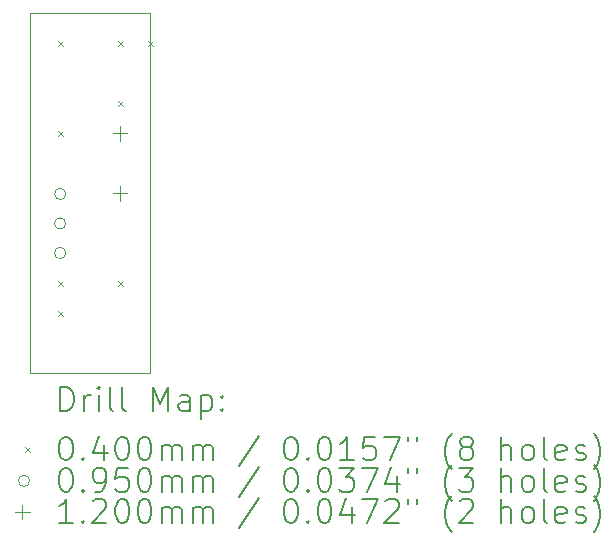
<source format=gbr>
%TF.GenerationSoftware,KiCad,Pcbnew,7.0.10*%
%TF.CreationDate,2024-02-21T10:43:29-05:00*%
%TF.ProjectId,Light_Sensor,4c696768-745f-4536-956e-736f722e6b69,rev?*%
%TF.SameCoordinates,Original*%
%TF.FileFunction,Drillmap*%
%TF.FilePolarity,Positive*%
%FSLAX45Y45*%
G04 Gerber Fmt 4.5, Leading zero omitted, Abs format (unit mm)*
G04 Created by KiCad (PCBNEW 7.0.10) date 2024-02-21 10:43:29*
%MOMM*%
%LPD*%
G01*
G04 APERTURE LIST*
%ADD10C,0.100000*%
%ADD11C,0.200000*%
%ADD12C,0.120000*%
G04 APERTURE END LIST*
D10*
X14224000Y-6858000D02*
X15240000Y-6858000D01*
X15240000Y-9906000D01*
X14224000Y-9906000D01*
X14224000Y-6858000D01*
D11*
D10*
X14458000Y-7092000D02*
X14498000Y-7132000D01*
X14498000Y-7092000D02*
X14458000Y-7132000D01*
X14458000Y-7854000D02*
X14498000Y-7894000D01*
X14498000Y-7854000D02*
X14458000Y-7894000D01*
X14458000Y-9124000D02*
X14498000Y-9164000D01*
X14498000Y-9124000D02*
X14458000Y-9164000D01*
X14458000Y-9378000D02*
X14498000Y-9418000D01*
X14498000Y-9378000D02*
X14458000Y-9418000D01*
X14966000Y-7092000D02*
X15006000Y-7132000D01*
X15006000Y-7092000D02*
X14966000Y-7132000D01*
X14966000Y-7600000D02*
X15006000Y-7640000D01*
X15006000Y-7600000D02*
X14966000Y-7640000D01*
X14966000Y-9124000D02*
X15006000Y-9164000D01*
X15006000Y-9124000D02*
X14966000Y-9164000D01*
X15220000Y-7092000D02*
X15260000Y-7132000D01*
X15260000Y-7092000D02*
X15220000Y-7132000D01*
X14525500Y-8386000D02*
G75*
G03*
X14430500Y-8386000I-47500J0D01*
G01*
X14430500Y-8386000D02*
G75*
G03*
X14525500Y-8386000I47500J0D01*
G01*
X14525500Y-8636000D02*
G75*
G03*
X14430500Y-8636000I-47500J0D01*
G01*
X14430500Y-8636000D02*
G75*
G03*
X14525500Y-8636000I47500J0D01*
G01*
X14525500Y-8886000D02*
G75*
G03*
X14430500Y-8886000I-47500J0D01*
G01*
X14430500Y-8886000D02*
G75*
G03*
X14525500Y-8886000I47500J0D01*
G01*
D12*
X14986000Y-7814000D02*
X14986000Y-7934000D01*
X14926000Y-7874000D02*
X15046000Y-7874000D01*
X14986000Y-8322000D02*
X14986000Y-8442000D01*
X14926000Y-8382000D02*
X15046000Y-8382000D01*
D11*
X14479777Y-10222484D02*
X14479777Y-10022484D01*
X14479777Y-10022484D02*
X14527396Y-10022484D01*
X14527396Y-10022484D02*
X14555967Y-10032008D01*
X14555967Y-10032008D02*
X14575015Y-10051055D01*
X14575015Y-10051055D02*
X14584539Y-10070103D01*
X14584539Y-10070103D02*
X14594062Y-10108198D01*
X14594062Y-10108198D02*
X14594062Y-10136770D01*
X14594062Y-10136770D02*
X14584539Y-10174865D01*
X14584539Y-10174865D02*
X14575015Y-10193912D01*
X14575015Y-10193912D02*
X14555967Y-10212960D01*
X14555967Y-10212960D02*
X14527396Y-10222484D01*
X14527396Y-10222484D02*
X14479777Y-10222484D01*
X14679777Y-10222484D02*
X14679777Y-10089150D01*
X14679777Y-10127246D02*
X14689301Y-10108198D01*
X14689301Y-10108198D02*
X14698824Y-10098674D01*
X14698824Y-10098674D02*
X14717872Y-10089150D01*
X14717872Y-10089150D02*
X14736920Y-10089150D01*
X14803586Y-10222484D02*
X14803586Y-10089150D01*
X14803586Y-10022484D02*
X14794062Y-10032008D01*
X14794062Y-10032008D02*
X14803586Y-10041531D01*
X14803586Y-10041531D02*
X14813110Y-10032008D01*
X14813110Y-10032008D02*
X14803586Y-10022484D01*
X14803586Y-10022484D02*
X14803586Y-10041531D01*
X14927396Y-10222484D02*
X14908348Y-10212960D01*
X14908348Y-10212960D02*
X14898824Y-10193912D01*
X14898824Y-10193912D02*
X14898824Y-10022484D01*
X15032158Y-10222484D02*
X15013110Y-10212960D01*
X15013110Y-10212960D02*
X15003586Y-10193912D01*
X15003586Y-10193912D02*
X15003586Y-10022484D01*
X15260729Y-10222484D02*
X15260729Y-10022484D01*
X15260729Y-10022484D02*
X15327396Y-10165341D01*
X15327396Y-10165341D02*
X15394062Y-10022484D01*
X15394062Y-10022484D02*
X15394062Y-10222484D01*
X15575015Y-10222484D02*
X15575015Y-10117722D01*
X15575015Y-10117722D02*
X15565491Y-10098674D01*
X15565491Y-10098674D02*
X15546443Y-10089150D01*
X15546443Y-10089150D02*
X15508348Y-10089150D01*
X15508348Y-10089150D02*
X15489301Y-10098674D01*
X15575015Y-10212960D02*
X15555967Y-10222484D01*
X15555967Y-10222484D02*
X15508348Y-10222484D01*
X15508348Y-10222484D02*
X15489301Y-10212960D01*
X15489301Y-10212960D02*
X15479777Y-10193912D01*
X15479777Y-10193912D02*
X15479777Y-10174865D01*
X15479777Y-10174865D02*
X15489301Y-10155817D01*
X15489301Y-10155817D02*
X15508348Y-10146293D01*
X15508348Y-10146293D02*
X15555967Y-10146293D01*
X15555967Y-10146293D02*
X15575015Y-10136770D01*
X15670253Y-10089150D02*
X15670253Y-10289150D01*
X15670253Y-10098674D02*
X15689301Y-10089150D01*
X15689301Y-10089150D02*
X15727396Y-10089150D01*
X15727396Y-10089150D02*
X15746443Y-10098674D01*
X15746443Y-10098674D02*
X15755967Y-10108198D01*
X15755967Y-10108198D02*
X15765491Y-10127246D01*
X15765491Y-10127246D02*
X15765491Y-10184389D01*
X15765491Y-10184389D02*
X15755967Y-10203436D01*
X15755967Y-10203436D02*
X15746443Y-10212960D01*
X15746443Y-10212960D02*
X15727396Y-10222484D01*
X15727396Y-10222484D02*
X15689301Y-10222484D01*
X15689301Y-10222484D02*
X15670253Y-10212960D01*
X15851205Y-10203436D02*
X15860729Y-10212960D01*
X15860729Y-10212960D02*
X15851205Y-10222484D01*
X15851205Y-10222484D02*
X15841682Y-10212960D01*
X15841682Y-10212960D02*
X15851205Y-10203436D01*
X15851205Y-10203436D02*
X15851205Y-10222484D01*
X15851205Y-10098674D02*
X15860729Y-10108198D01*
X15860729Y-10108198D02*
X15851205Y-10117722D01*
X15851205Y-10117722D02*
X15841682Y-10108198D01*
X15841682Y-10108198D02*
X15851205Y-10098674D01*
X15851205Y-10098674D02*
X15851205Y-10117722D01*
D10*
X14179000Y-10531000D02*
X14219000Y-10571000D01*
X14219000Y-10531000D02*
X14179000Y-10571000D01*
D11*
X14517872Y-10442484D02*
X14536920Y-10442484D01*
X14536920Y-10442484D02*
X14555967Y-10452008D01*
X14555967Y-10452008D02*
X14565491Y-10461531D01*
X14565491Y-10461531D02*
X14575015Y-10480579D01*
X14575015Y-10480579D02*
X14584539Y-10518674D01*
X14584539Y-10518674D02*
X14584539Y-10566293D01*
X14584539Y-10566293D02*
X14575015Y-10604389D01*
X14575015Y-10604389D02*
X14565491Y-10623436D01*
X14565491Y-10623436D02*
X14555967Y-10632960D01*
X14555967Y-10632960D02*
X14536920Y-10642484D01*
X14536920Y-10642484D02*
X14517872Y-10642484D01*
X14517872Y-10642484D02*
X14498824Y-10632960D01*
X14498824Y-10632960D02*
X14489301Y-10623436D01*
X14489301Y-10623436D02*
X14479777Y-10604389D01*
X14479777Y-10604389D02*
X14470253Y-10566293D01*
X14470253Y-10566293D02*
X14470253Y-10518674D01*
X14470253Y-10518674D02*
X14479777Y-10480579D01*
X14479777Y-10480579D02*
X14489301Y-10461531D01*
X14489301Y-10461531D02*
X14498824Y-10452008D01*
X14498824Y-10452008D02*
X14517872Y-10442484D01*
X14670253Y-10623436D02*
X14679777Y-10632960D01*
X14679777Y-10632960D02*
X14670253Y-10642484D01*
X14670253Y-10642484D02*
X14660729Y-10632960D01*
X14660729Y-10632960D02*
X14670253Y-10623436D01*
X14670253Y-10623436D02*
X14670253Y-10642484D01*
X14851205Y-10509150D02*
X14851205Y-10642484D01*
X14803586Y-10432960D02*
X14755967Y-10575817D01*
X14755967Y-10575817D02*
X14879777Y-10575817D01*
X14994062Y-10442484D02*
X15013110Y-10442484D01*
X15013110Y-10442484D02*
X15032158Y-10452008D01*
X15032158Y-10452008D02*
X15041682Y-10461531D01*
X15041682Y-10461531D02*
X15051205Y-10480579D01*
X15051205Y-10480579D02*
X15060729Y-10518674D01*
X15060729Y-10518674D02*
X15060729Y-10566293D01*
X15060729Y-10566293D02*
X15051205Y-10604389D01*
X15051205Y-10604389D02*
X15041682Y-10623436D01*
X15041682Y-10623436D02*
X15032158Y-10632960D01*
X15032158Y-10632960D02*
X15013110Y-10642484D01*
X15013110Y-10642484D02*
X14994062Y-10642484D01*
X14994062Y-10642484D02*
X14975015Y-10632960D01*
X14975015Y-10632960D02*
X14965491Y-10623436D01*
X14965491Y-10623436D02*
X14955967Y-10604389D01*
X14955967Y-10604389D02*
X14946443Y-10566293D01*
X14946443Y-10566293D02*
X14946443Y-10518674D01*
X14946443Y-10518674D02*
X14955967Y-10480579D01*
X14955967Y-10480579D02*
X14965491Y-10461531D01*
X14965491Y-10461531D02*
X14975015Y-10452008D01*
X14975015Y-10452008D02*
X14994062Y-10442484D01*
X15184539Y-10442484D02*
X15203586Y-10442484D01*
X15203586Y-10442484D02*
X15222634Y-10452008D01*
X15222634Y-10452008D02*
X15232158Y-10461531D01*
X15232158Y-10461531D02*
X15241682Y-10480579D01*
X15241682Y-10480579D02*
X15251205Y-10518674D01*
X15251205Y-10518674D02*
X15251205Y-10566293D01*
X15251205Y-10566293D02*
X15241682Y-10604389D01*
X15241682Y-10604389D02*
X15232158Y-10623436D01*
X15232158Y-10623436D02*
X15222634Y-10632960D01*
X15222634Y-10632960D02*
X15203586Y-10642484D01*
X15203586Y-10642484D02*
X15184539Y-10642484D01*
X15184539Y-10642484D02*
X15165491Y-10632960D01*
X15165491Y-10632960D02*
X15155967Y-10623436D01*
X15155967Y-10623436D02*
X15146443Y-10604389D01*
X15146443Y-10604389D02*
X15136920Y-10566293D01*
X15136920Y-10566293D02*
X15136920Y-10518674D01*
X15136920Y-10518674D02*
X15146443Y-10480579D01*
X15146443Y-10480579D02*
X15155967Y-10461531D01*
X15155967Y-10461531D02*
X15165491Y-10452008D01*
X15165491Y-10452008D02*
X15184539Y-10442484D01*
X15336920Y-10642484D02*
X15336920Y-10509150D01*
X15336920Y-10528198D02*
X15346443Y-10518674D01*
X15346443Y-10518674D02*
X15365491Y-10509150D01*
X15365491Y-10509150D02*
X15394063Y-10509150D01*
X15394063Y-10509150D02*
X15413110Y-10518674D01*
X15413110Y-10518674D02*
X15422634Y-10537722D01*
X15422634Y-10537722D02*
X15422634Y-10642484D01*
X15422634Y-10537722D02*
X15432158Y-10518674D01*
X15432158Y-10518674D02*
X15451205Y-10509150D01*
X15451205Y-10509150D02*
X15479777Y-10509150D01*
X15479777Y-10509150D02*
X15498824Y-10518674D01*
X15498824Y-10518674D02*
X15508348Y-10537722D01*
X15508348Y-10537722D02*
X15508348Y-10642484D01*
X15603586Y-10642484D02*
X15603586Y-10509150D01*
X15603586Y-10528198D02*
X15613110Y-10518674D01*
X15613110Y-10518674D02*
X15632158Y-10509150D01*
X15632158Y-10509150D02*
X15660729Y-10509150D01*
X15660729Y-10509150D02*
X15679777Y-10518674D01*
X15679777Y-10518674D02*
X15689301Y-10537722D01*
X15689301Y-10537722D02*
X15689301Y-10642484D01*
X15689301Y-10537722D02*
X15698824Y-10518674D01*
X15698824Y-10518674D02*
X15717872Y-10509150D01*
X15717872Y-10509150D02*
X15746443Y-10509150D01*
X15746443Y-10509150D02*
X15765491Y-10518674D01*
X15765491Y-10518674D02*
X15775015Y-10537722D01*
X15775015Y-10537722D02*
X15775015Y-10642484D01*
X16165491Y-10432960D02*
X15994063Y-10690103D01*
X16422634Y-10442484D02*
X16441682Y-10442484D01*
X16441682Y-10442484D02*
X16460729Y-10452008D01*
X16460729Y-10452008D02*
X16470253Y-10461531D01*
X16470253Y-10461531D02*
X16479777Y-10480579D01*
X16479777Y-10480579D02*
X16489301Y-10518674D01*
X16489301Y-10518674D02*
X16489301Y-10566293D01*
X16489301Y-10566293D02*
X16479777Y-10604389D01*
X16479777Y-10604389D02*
X16470253Y-10623436D01*
X16470253Y-10623436D02*
X16460729Y-10632960D01*
X16460729Y-10632960D02*
X16441682Y-10642484D01*
X16441682Y-10642484D02*
X16422634Y-10642484D01*
X16422634Y-10642484D02*
X16403586Y-10632960D01*
X16403586Y-10632960D02*
X16394063Y-10623436D01*
X16394063Y-10623436D02*
X16384539Y-10604389D01*
X16384539Y-10604389D02*
X16375015Y-10566293D01*
X16375015Y-10566293D02*
X16375015Y-10518674D01*
X16375015Y-10518674D02*
X16384539Y-10480579D01*
X16384539Y-10480579D02*
X16394063Y-10461531D01*
X16394063Y-10461531D02*
X16403586Y-10452008D01*
X16403586Y-10452008D02*
X16422634Y-10442484D01*
X16575015Y-10623436D02*
X16584539Y-10632960D01*
X16584539Y-10632960D02*
X16575015Y-10642484D01*
X16575015Y-10642484D02*
X16565491Y-10632960D01*
X16565491Y-10632960D02*
X16575015Y-10623436D01*
X16575015Y-10623436D02*
X16575015Y-10642484D01*
X16708348Y-10442484D02*
X16727396Y-10442484D01*
X16727396Y-10442484D02*
X16746444Y-10452008D01*
X16746444Y-10452008D02*
X16755967Y-10461531D01*
X16755967Y-10461531D02*
X16765491Y-10480579D01*
X16765491Y-10480579D02*
X16775015Y-10518674D01*
X16775015Y-10518674D02*
X16775015Y-10566293D01*
X16775015Y-10566293D02*
X16765491Y-10604389D01*
X16765491Y-10604389D02*
X16755967Y-10623436D01*
X16755967Y-10623436D02*
X16746444Y-10632960D01*
X16746444Y-10632960D02*
X16727396Y-10642484D01*
X16727396Y-10642484D02*
X16708348Y-10642484D01*
X16708348Y-10642484D02*
X16689301Y-10632960D01*
X16689301Y-10632960D02*
X16679777Y-10623436D01*
X16679777Y-10623436D02*
X16670253Y-10604389D01*
X16670253Y-10604389D02*
X16660729Y-10566293D01*
X16660729Y-10566293D02*
X16660729Y-10518674D01*
X16660729Y-10518674D02*
X16670253Y-10480579D01*
X16670253Y-10480579D02*
X16679777Y-10461531D01*
X16679777Y-10461531D02*
X16689301Y-10452008D01*
X16689301Y-10452008D02*
X16708348Y-10442484D01*
X16965491Y-10642484D02*
X16851206Y-10642484D01*
X16908348Y-10642484D02*
X16908348Y-10442484D01*
X16908348Y-10442484D02*
X16889301Y-10471055D01*
X16889301Y-10471055D02*
X16870253Y-10490103D01*
X16870253Y-10490103D02*
X16851206Y-10499627D01*
X17146444Y-10442484D02*
X17051206Y-10442484D01*
X17051206Y-10442484D02*
X17041682Y-10537722D01*
X17041682Y-10537722D02*
X17051206Y-10528198D01*
X17051206Y-10528198D02*
X17070253Y-10518674D01*
X17070253Y-10518674D02*
X17117872Y-10518674D01*
X17117872Y-10518674D02*
X17136920Y-10528198D01*
X17136920Y-10528198D02*
X17146444Y-10537722D01*
X17146444Y-10537722D02*
X17155968Y-10556770D01*
X17155968Y-10556770D02*
X17155968Y-10604389D01*
X17155968Y-10604389D02*
X17146444Y-10623436D01*
X17146444Y-10623436D02*
X17136920Y-10632960D01*
X17136920Y-10632960D02*
X17117872Y-10642484D01*
X17117872Y-10642484D02*
X17070253Y-10642484D01*
X17070253Y-10642484D02*
X17051206Y-10632960D01*
X17051206Y-10632960D02*
X17041682Y-10623436D01*
X17222634Y-10442484D02*
X17355968Y-10442484D01*
X17355968Y-10442484D02*
X17270253Y-10642484D01*
X17422634Y-10442484D02*
X17422634Y-10480579D01*
X17498825Y-10442484D02*
X17498825Y-10480579D01*
X17794063Y-10718674D02*
X17784539Y-10709150D01*
X17784539Y-10709150D02*
X17765491Y-10680579D01*
X17765491Y-10680579D02*
X17755968Y-10661531D01*
X17755968Y-10661531D02*
X17746444Y-10632960D01*
X17746444Y-10632960D02*
X17736920Y-10585341D01*
X17736920Y-10585341D02*
X17736920Y-10547246D01*
X17736920Y-10547246D02*
X17746444Y-10499627D01*
X17746444Y-10499627D02*
X17755968Y-10471055D01*
X17755968Y-10471055D02*
X17765491Y-10452008D01*
X17765491Y-10452008D02*
X17784539Y-10423436D01*
X17784539Y-10423436D02*
X17794063Y-10413912D01*
X17898825Y-10528198D02*
X17879777Y-10518674D01*
X17879777Y-10518674D02*
X17870253Y-10509150D01*
X17870253Y-10509150D02*
X17860730Y-10490103D01*
X17860730Y-10490103D02*
X17860730Y-10480579D01*
X17860730Y-10480579D02*
X17870253Y-10461531D01*
X17870253Y-10461531D02*
X17879777Y-10452008D01*
X17879777Y-10452008D02*
X17898825Y-10442484D01*
X17898825Y-10442484D02*
X17936920Y-10442484D01*
X17936920Y-10442484D02*
X17955968Y-10452008D01*
X17955968Y-10452008D02*
X17965491Y-10461531D01*
X17965491Y-10461531D02*
X17975015Y-10480579D01*
X17975015Y-10480579D02*
X17975015Y-10490103D01*
X17975015Y-10490103D02*
X17965491Y-10509150D01*
X17965491Y-10509150D02*
X17955968Y-10518674D01*
X17955968Y-10518674D02*
X17936920Y-10528198D01*
X17936920Y-10528198D02*
X17898825Y-10528198D01*
X17898825Y-10528198D02*
X17879777Y-10537722D01*
X17879777Y-10537722D02*
X17870253Y-10547246D01*
X17870253Y-10547246D02*
X17860730Y-10566293D01*
X17860730Y-10566293D02*
X17860730Y-10604389D01*
X17860730Y-10604389D02*
X17870253Y-10623436D01*
X17870253Y-10623436D02*
X17879777Y-10632960D01*
X17879777Y-10632960D02*
X17898825Y-10642484D01*
X17898825Y-10642484D02*
X17936920Y-10642484D01*
X17936920Y-10642484D02*
X17955968Y-10632960D01*
X17955968Y-10632960D02*
X17965491Y-10623436D01*
X17965491Y-10623436D02*
X17975015Y-10604389D01*
X17975015Y-10604389D02*
X17975015Y-10566293D01*
X17975015Y-10566293D02*
X17965491Y-10547246D01*
X17965491Y-10547246D02*
X17955968Y-10537722D01*
X17955968Y-10537722D02*
X17936920Y-10528198D01*
X18213111Y-10642484D02*
X18213111Y-10442484D01*
X18298825Y-10642484D02*
X18298825Y-10537722D01*
X18298825Y-10537722D02*
X18289301Y-10518674D01*
X18289301Y-10518674D02*
X18270253Y-10509150D01*
X18270253Y-10509150D02*
X18241682Y-10509150D01*
X18241682Y-10509150D02*
X18222634Y-10518674D01*
X18222634Y-10518674D02*
X18213111Y-10528198D01*
X18422634Y-10642484D02*
X18403587Y-10632960D01*
X18403587Y-10632960D02*
X18394063Y-10623436D01*
X18394063Y-10623436D02*
X18384539Y-10604389D01*
X18384539Y-10604389D02*
X18384539Y-10547246D01*
X18384539Y-10547246D02*
X18394063Y-10528198D01*
X18394063Y-10528198D02*
X18403587Y-10518674D01*
X18403587Y-10518674D02*
X18422634Y-10509150D01*
X18422634Y-10509150D02*
X18451206Y-10509150D01*
X18451206Y-10509150D02*
X18470253Y-10518674D01*
X18470253Y-10518674D02*
X18479777Y-10528198D01*
X18479777Y-10528198D02*
X18489301Y-10547246D01*
X18489301Y-10547246D02*
X18489301Y-10604389D01*
X18489301Y-10604389D02*
X18479777Y-10623436D01*
X18479777Y-10623436D02*
X18470253Y-10632960D01*
X18470253Y-10632960D02*
X18451206Y-10642484D01*
X18451206Y-10642484D02*
X18422634Y-10642484D01*
X18603587Y-10642484D02*
X18584539Y-10632960D01*
X18584539Y-10632960D02*
X18575015Y-10613912D01*
X18575015Y-10613912D02*
X18575015Y-10442484D01*
X18755968Y-10632960D02*
X18736920Y-10642484D01*
X18736920Y-10642484D02*
X18698825Y-10642484D01*
X18698825Y-10642484D02*
X18679777Y-10632960D01*
X18679777Y-10632960D02*
X18670253Y-10613912D01*
X18670253Y-10613912D02*
X18670253Y-10537722D01*
X18670253Y-10537722D02*
X18679777Y-10518674D01*
X18679777Y-10518674D02*
X18698825Y-10509150D01*
X18698825Y-10509150D02*
X18736920Y-10509150D01*
X18736920Y-10509150D02*
X18755968Y-10518674D01*
X18755968Y-10518674D02*
X18765492Y-10537722D01*
X18765492Y-10537722D02*
X18765492Y-10556770D01*
X18765492Y-10556770D02*
X18670253Y-10575817D01*
X18841682Y-10632960D02*
X18860730Y-10642484D01*
X18860730Y-10642484D02*
X18898825Y-10642484D01*
X18898825Y-10642484D02*
X18917873Y-10632960D01*
X18917873Y-10632960D02*
X18927396Y-10613912D01*
X18927396Y-10613912D02*
X18927396Y-10604389D01*
X18927396Y-10604389D02*
X18917873Y-10585341D01*
X18917873Y-10585341D02*
X18898825Y-10575817D01*
X18898825Y-10575817D02*
X18870253Y-10575817D01*
X18870253Y-10575817D02*
X18851206Y-10566293D01*
X18851206Y-10566293D02*
X18841682Y-10547246D01*
X18841682Y-10547246D02*
X18841682Y-10537722D01*
X18841682Y-10537722D02*
X18851206Y-10518674D01*
X18851206Y-10518674D02*
X18870253Y-10509150D01*
X18870253Y-10509150D02*
X18898825Y-10509150D01*
X18898825Y-10509150D02*
X18917873Y-10518674D01*
X18994063Y-10718674D02*
X19003587Y-10709150D01*
X19003587Y-10709150D02*
X19022634Y-10680579D01*
X19022634Y-10680579D02*
X19032158Y-10661531D01*
X19032158Y-10661531D02*
X19041682Y-10632960D01*
X19041682Y-10632960D02*
X19051206Y-10585341D01*
X19051206Y-10585341D02*
X19051206Y-10547246D01*
X19051206Y-10547246D02*
X19041682Y-10499627D01*
X19041682Y-10499627D02*
X19032158Y-10471055D01*
X19032158Y-10471055D02*
X19022634Y-10452008D01*
X19022634Y-10452008D02*
X19003587Y-10423436D01*
X19003587Y-10423436D02*
X18994063Y-10413912D01*
D10*
X14219000Y-10815000D02*
G75*
G03*
X14124000Y-10815000I-47500J0D01*
G01*
X14124000Y-10815000D02*
G75*
G03*
X14219000Y-10815000I47500J0D01*
G01*
D11*
X14517872Y-10706484D02*
X14536920Y-10706484D01*
X14536920Y-10706484D02*
X14555967Y-10716008D01*
X14555967Y-10716008D02*
X14565491Y-10725531D01*
X14565491Y-10725531D02*
X14575015Y-10744579D01*
X14575015Y-10744579D02*
X14584539Y-10782674D01*
X14584539Y-10782674D02*
X14584539Y-10830293D01*
X14584539Y-10830293D02*
X14575015Y-10868389D01*
X14575015Y-10868389D02*
X14565491Y-10887436D01*
X14565491Y-10887436D02*
X14555967Y-10896960D01*
X14555967Y-10896960D02*
X14536920Y-10906484D01*
X14536920Y-10906484D02*
X14517872Y-10906484D01*
X14517872Y-10906484D02*
X14498824Y-10896960D01*
X14498824Y-10896960D02*
X14489301Y-10887436D01*
X14489301Y-10887436D02*
X14479777Y-10868389D01*
X14479777Y-10868389D02*
X14470253Y-10830293D01*
X14470253Y-10830293D02*
X14470253Y-10782674D01*
X14470253Y-10782674D02*
X14479777Y-10744579D01*
X14479777Y-10744579D02*
X14489301Y-10725531D01*
X14489301Y-10725531D02*
X14498824Y-10716008D01*
X14498824Y-10716008D02*
X14517872Y-10706484D01*
X14670253Y-10887436D02*
X14679777Y-10896960D01*
X14679777Y-10896960D02*
X14670253Y-10906484D01*
X14670253Y-10906484D02*
X14660729Y-10896960D01*
X14660729Y-10896960D02*
X14670253Y-10887436D01*
X14670253Y-10887436D02*
X14670253Y-10906484D01*
X14775015Y-10906484D02*
X14813110Y-10906484D01*
X14813110Y-10906484D02*
X14832158Y-10896960D01*
X14832158Y-10896960D02*
X14841682Y-10887436D01*
X14841682Y-10887436D02*
X14860729Y-10858865D01*
X14860729Y-10858865D02*
X14870253Y-10820770D01*
X14870253Y-10820770D02*
X14870253Y-10744579D01*
X14870253Y-10744579D02*
X14860729Y-10725531D01*
X14860729Y-10725531D02*
X14851205Y-10716008D01*
X14851205Y-10716008D02*
X14832158Y-10706484D01*
X14832158Y-10706484D02*
X14794062Y-10706484D01*
X14794062Y-10706484D02*
X14775015Y-10716008D01*
X14775015Y-10716008D02*
X14765491Y-10725531D01*
X14765491Y-10725531D02*
X14755967Y-10744579D01*
X14755967Y-10744579D02*
X14755967Y-10792198D01*
X14755967Y-10792198D02*
X14765491Y-10811246D01*
X14765491Y-10811246D02*
X14775015Y-10820770D01*
X14775015Y-10820770D02*
X14794062Y-10830293D01*
X14794062Y-10830293D02*
X14832158Y-10830293D01*
X14832158Y-10830293D02*
X14851205Y-10820770D01*
X14851205Y-10820770D02*
X14860729Y-10811246D01*
X14860729Y-10811246D02*
X14870253Y-10792198D01*
X15051205Y-10706484D02*
X14955967Y-10706484D01*
X14955967Y-10706484D02*
X14946443Y-10801722D01*
X14946443Y-10801722D02*
X14955967Y-10792198D01*
X14955967Y-10792198D02*
X14975015Y-10782674D01*
X14975015Y-10782674D02*
X15022634Y-10782674D01*
X15022634Y-10782674D02*
X15041682Y-10792198D01*
X15041682Y-10792198D02*
X15051205Y-10801722D01*
X15051205Y-10801722D02*
X15060729Y-10820770D01*
X15060729Y-10820770D02*
X15060729Y-10868389D01*
X15060729Y-10868389D02*
X15051205Y-10887436D01*
X15051205Y-10887436D02*
X15041682Y-10896960D01*
X15041682Y-10896960D02*
X15022634Y-10906484D01*
X15022634Y-10906484D02*
X14975015Y-10906484D01*
X14975015Y-10906484D02*
X14955967Y-10896960D01*
X14955967Y-10896960D02*
X14946443Y-10887436D01*
X15184539Y-10706484D02*
X15203586Y-10706484D01*
X15203586Y-10706484D02*
X15222634Y-10716008D01*
X15222634Y-10716008D02*
X15232158Y-10725531D01*
X15232158Y-10725531D02*
X15241682Y-10744579D01*
X15241682Y-10744579D02*
X15251205Y-10782674D01*
X15251205Y-10782674D02*
X15251205Y-10830293D01*
X15251205Y-10830293D02*
X15241682Y-10868389D01*
X15241682Y-10868389D02*
X15232158Y-10887436D01*
X15232158Y-10887436D02*
X15222634Y-10896960D01*
X15222634Y-10896960D02*
X15203586Y-10906484D01*
X15203586Y-10906484D02*
X15184539Y-10906484D01*
X15184539Y-10906484D02*
X15165491Y-10896960D01*
X15165491Y-10896960D02*
X15155967Y-10887436D01*
X15155967Y-10887436D02*
X15146443Y-10868389D01*
X15146443Y-10868389D02*
X15136920Y-10830293D01*
X15136920Y-10830293D02*
X15136920Y-10782674D01*
X15136920Y-10782674D02*
X15146443Y-10744579D01*
X15146443Y-10744579D02*
X15155967Y-10725531D01*
X15155967Y-10725531D02*
X15165491Y-10716008D01*
X15165491Y-10716008D02*
X15184539Y-10706484D01*
X15336920Y-10906484D02*
X15336920Y-10773150D01*
X15336920Y-10792198D02*
X15346443Y-10782674D01*
X15346443Y-10782674D02*
X15365491Y-10773150D01*
X15365491Y-10773150D02*
X15394063Y-10773150D01*
X15394063Y-10773150D02*
X15413110Y-10782674D01*
X15413110Y-10782674D02*
X15422634Y-10801722D01*
X15422634Y-10801722D02*
X15422634Y-10906484D01*
X15422634Y-10801722D02*
X15432158Y-10782674D01*
X15432158Y-10782674D02*
X15451205Y-10773150D01*
X15451205Y-10773150D02*
X15479777Y-10773150D01*
X15479777Y-10773150D02*
X15498824Y-10782674D01*
X15498824Y-10782674D02*
X15508348Y-10801722D01*
X15508348Y-10801722D02*
X15508348Y-10906484D01*
X15603586Y-10906484D02*
X15603586Y-10773150D01*
X15603586Y-10792198D02*
X15613110Y-10782674D01*
X15613110Y-10782674D02*
X15632158Y-10773150D01*
X15632158Y-10773150D02*
X15660729Y-10773150D01*
X15660729Y-10773150D02*
X15679777Y-10782674D01*
X15679777Y-10782674D02*
X15689301Y-10801722D01*
X15689301Y-10801722D02*
X15689301Y-10906484D01*
X15689301Y-10801722D02*
X15698824Y-10782674D01*
X15698824Y-10782674D02*
X15717872Y-10773150D01*
X15717872Y-10773150D02*
X15746443Y-10773150D01*
X15746443Y-10773150D02*
X15765491Y-10782674D01*
X15765491Y-10782674D02*
X15775015Y-10801722D01*
X15775015Y-10801722D02*
X15775015Y-10906484D01*
X16165491Y-10696960D02*
X15994063Y-10954103D01*
X16422634Y-10706484D02*
X16441682Y-10706484D01*
X16441682Y-10706484D02*
X16460729Y-10716008D01*
X16460729Y-10716008D02*
X16470253Y-10725531D01*
X16470253Y-10725531D02*
X16479777Y-10744579D01*
X16479777Y-10744579D02*
X16489301Y-10782674D01*
X16489301Y-10782674D02*
X16489301Y-10830293D01*
X16489301Y-10830293D02*
X16479777Y-10868389D01*
X16479777Y-10868389D02*
X16470253Y-10887436D01*
X16470253Y-10887436D02*
X16460729Y-10896960D01*
X16460729Y-10896960D02*
X16441682Y-10906484D01*
X16441682Y-10906484D02*
X16422634Y-10906484D01*
X16422634Y-10906484D02*
X16403586Y-10896960D01*
X16403586Y-10896960D02*
X16394063Y-10887436D01*
X16394063Y-10887436D02*
X16384539Y-10868389D01*
X16384539Y-10868389D02*
X16375015Y-10830293D01*
X16375015Y-10830293D02*
X16375015Y-10782674D01*
X16375015Y-10782674D02*
X16384539Y-10744579D01*
X16384539Y-10744579D02*
X16394063Y-10725531D01*
X16394063Y-10725531D02*
X16403586Y-10716008D01*
X16403586Y-10716008D02*
X16422634Y-10706484D01*
X16575015Y-10887436D02*
X16584539Y-10896960D01*
X16584539Y-10896960D02*
X16575015Y-10906484D01*
X16575015Y-10906484D02*
X16565491Y-10896960D01*
X16565491Y-10896960D02*
X16575015Y-10887436D01*
X16575015Y-10887436D02*
X16575015Y-10906484D01*
X16708348Y-10706484D02*
X16727396Y-10706484D01*
X16727396Y-10706484D02*
X16746444Y-10716008D01*
X16746444Y-10716008D02*
X16755967Y-10725531D01*
X16755967Y-10725531D02*
X16765491Y-10744579D01*
X16765491Y-10744579D02*
X16775015Y-10782674D01*
X16775015Y-10782674D02*
X16775015Y-10830293D01*
X16775015Y-10830293D02*
X16765491Y-10868389D01*
X16765491Y-10868389D02*
X16755967Y-10887436D01*
X16755967Y-10887436D02*
X16746444Y-10896960D01*
X16746444Y-10896960D02*
X16727396Y-10906484D01*
X16727396Y-10906484D02*
X16708348Y-10906484D01*
X16708348Y-10906484D02*
X16689301Y-10896960D01*
X16689301Y-10896960D02*
X16679777Y-10887436D01*
X16679777Y-10887436D02*
X16670253Y-10868389D01*
X16670253Y-10868389D02*
X16660729Y-10830293D01*
X16660729Y-10830293D02*
X16660729Y-10782674D01*
X16660729Y-10782674D02*
X16670253Y-10744579D01*
X16670253Y-10744579D02*
X16679777Y-10725531D01*
X16679777Y-10725531D02*
X16689301Y-10716008D01*
X16689301Y-10716008D02*
X16708348Y-10706484D01*
X16841682Y-10706484D02*
X16965491Y-10706484D01*
X16965491Y-10706484D02*
X16898825Y-10782674D01*
X16898825Y-10782674D02*
X16927396Y-10782674D01*
X16927396Y-10782674D02*
X16946444Y-10792198D01*
X16946444Y-10792198D02*
X16955968Y-10801722D01*
X16955968Y-10801722D02*
X16965491Y-10820770D01*
X16965491Y-10820770D02*
X16965491Y-10868389D01*
X16965491Y-10868389D02*
X16955968Y-10887436D01*
X16955968Y-10887436D02*
X16946444Y-10896960D01*
X16946444Y-10896960D02*
X16927396Y-10906484D01*
X16927396Y-10906484D02*
X16870253Y-10906484D01*
X16870253Y-10906484D02*
X16851206Y-10896960D01*
X16851206Y-10896960D02*
X16841682Y-10887436D01*
X17032158Y-10706484D02*
X17165491Y-10706484D01*
X17165491Y-10706484D02*
X17079777Y-10906484D01*
X17327396Y-10773150D02*
X17327396Y-10906484D01*
X17279777Y-10696960D02*
X17232158Y-10839817D01*
X17232158Y-10839817D02*
X17355968Y-10839817D01*
X17422634Y-10706484D02*
X17422634Y-10744579D01*
X17498825Y-10706484D02*
X17498825Y-10744579D01*
X17794063Y-10982674D02*
X17784539Y-10973150D01*
X17784539Y-10973150D02*
X17765491Y-10944579D01*
X17765491Y-10944579D02*
X17755968Y-10925531D01*
X17755968Y-10925531D02*
X17746444Y-10896960D01*
X17746444Y-10896960D02*
X17736920Y-10849341D01*
X17736920Y-10849341D02*
X17736920Y-10811246D01*
X17736920Y-10811246D02*
X17746444Y-10763627D01*
X17746444Y-10763627D02*
X17755968Y-10735055D01*
X17755968Y-10735055D02*
X17765491Y-10716008D01*
X17765491Y-10716008D02*
X17784539Y-10687436D01*
X17784539Y-10687436D02*
X17794063Y-10677912D01*
X17851206Y-10706484D02*
X17975015Y-10706484D01*
X17975015Y-10706484D02*
X17908349Y-10782674D01*
X17908349Y-10782674D02*
X17936920Y-10782674D01*
X17936920Y-10782674D02*
X17955968Y-10792198D01*
X17955968Y-10792198D02*
X17965491Y-10801722D01*
X17965491Y-10801722D02*
X17975015Y-10820770D01*
X17975015Y-10820770D02*
X17975015Y-10868389D01*
X17975015Y-10868389D02*
X17965491Y-10887436D01*
X17965491Y-10887436D02*
X17955968Y-10896960D01*
X17955968Y-10896960D02*
X17936920Y-10906484D01*
X17936920Y-10906484D02*
X17879777Y-10906484D01*
X17879777Y-10906484D02*
X17860730Y-10896960D01*
X17860730Y-10896960D02*
X17851206Y-10887436D01*
X18213111Y-10906484D02*
X18213111Y-10706484D01*
X18298825Y-10906484D02*
X18298825Y-10801722D01*
X18298825Y-10801722D02*
X18289301Y-10782674D01*
X18289301Y-10782674D02*
X18270253Y-10773150D01*
X18270253Y-10773150D02*
X18241682Y-10773150D01*
X18241682Y-10773150D02*
X18222634Y-10782674D01*
X18222634Y-10782674D02*
X18213111Y-10792198D01*
X18422634Y-10906484D02*
X18403587Y-10896960D01*
X18403587Y-10896960D02*
X18394063Y-10887436D01*
X18394063Y-10887436D02*
X18384539Y-10868389D01*
X18384539Y-10868389D02*
X18384539Y-10811246D01*
X18384539Y-10811246D02*
X18394063Y-10792198D01*
X18394063Y-10792198D02*
X18403587Y-10782674D01*
X18403587Y-10782674D02*
X18422634Y-10773150D01*
X18422634Y-10773150D02*
X18451206Y-10773150D01*
X18451206Y-10773150D02*
X18470253Y-10782674D01*
X18470253Y-10782674D02*
X18479777Y-10792198D01*
X18479777Y-10792198D02*
X18489301Y-10811246D01*
X18489301Y-10811246D02*
X18489301Y-10868389D01*
X18489301Y-10868389D02*
X18479777Y-10887436D01*
X18479777Y-10887436D02*
X18470253Y-10896960D01*
X18470253Y-10896960D02*
X18451206Y-10906484D01*
X18451206Y-10906484D02*
X18422634Y-10906484D01*
X18603587Y-10906484D02*
X18584539Y-10896960D01*
X18584539Y-10896960D02*
X18575015Y-10877912D01*
X18575015Y-10877912D02*
X18575015Y-10706484D01*
X18755968Y-10896960D02*
X18736920Y-10906484D01*
X18736920Y-10906484D02*
X18698825Y-10906484D01*
X18698825Y-10906484D02*
X18679777Y-10896960D01*
X18679777Y-10896960D02*
X18670253Y-10877912D01*
X18670253Y-10877912D02*
X18670253Y-10801722D01*
X18670253Y-10801722D02*
X18679777Y-10782674D01*
X18679777Y-10782674D02*
X18698825Y-10773150D01*
X18698825Y-10773150D02*
X18736920Y-10773150D01*
X18736920Y-10773150D02*
X18755968Y-10782674D01*
X18755968Y-10782674D02*
X18765492Y-10801722D01*
X18765492Y-10801722D02*
X18765492Y-10820770D01*
X18765492Y-10820770D02*
X18670253Y-10839817D01*
X18841682Y-10896960D02*
X18860730Y-10906484D01*
X18860730Y-10906484D02*
X18898825Y-10906484D01*
X18898825Y-10906484D02*
X18917873Y-10896960D01*
X18917873Y-10896960D02*
X18927396Y-10877912D01*
X18927396Y-10877912D02*
X18927396Y-10868389D01*
X18927396Y-10868389D02*
X18917873Y-10849341D01*
X18917873Y-10849341D02*
X18898825Y-10839817D01*
X18898825Y-10839817D02*
X18870253Y-10839817D01*
X18870253Y-10839817D02*
X18851206Y-10830293D01*
X18851206Y-10830293D02*
X18841682Y-10811246D01*
X18841682Y-10811246D02*
X18841682Y-10801722D01*
X18841682Y-10801722D02*
X18851206Y-10782674D01*
X18851206Y-10782674D02*
X18870253Y-10773150D01*
X18870253Y-10773150D02*
X18898825Y-10773150D01*
X18898825Y-10773150D02*
X18917873Y-10782674D01*
X18994063Y-10982674D02*
X19003587Y-10973150D01*
X19003587Y-10973150D02*
X19022634Y-10944579D01*
X19022634Y-10944579D02*
X19032158Y-10925531D01*
X19032158Y-10925531D02*
X19041682Y-10896960D01*
X19041682Y-10896960D02*
X19051206Y-10849341D01*
X19051206Y-10849341D02*
X19051206Y-10811246D01*
X19051206Y-10811246D02*
X19041682Y-10763627D01*
X19041682Y-10763627D02*
X19032158Y-10735055D01*
X19032158Y-10735055D02*
X19022634Y-10716008D01*
X19022634Y-10716008D02*
X19003587Y-10687436D01*
X19003587Y-10687436D02*
X18994063Y-10677912D01*
D12*
X14159000Y-11019000D02*
X14159000Y-11139000D01*
X14099000Y-11079000D02*
X14219000Y-11079000D01*
D11*
X14584539Y-11170484D02*
X14470253Y-11170484D01*
X14527396Y-11170484D02*
X14527396Y-10970484D01*
X14527396Y-10970484D02*
X14508348Y-10999055D01*
X14508348Y-10999055D02*
X14489301Y-11018103D01*
X14489301Y-11018103D02*
X14470253Y-11027627D01*
X14670253Y-11151436D02*
X14679777Y-11160960D01*
X14679777Y-11160960D02*
X14670253Y-11170484D01*
X14670253Y-11170484D02*
X14660729Y-11160960D01*
X14660729Y-11160960D02*
X14670253Y-11151436D01*
X14670253Y-11151436D02*
X14670253Y-11170484D01*
X14755967Y-10989531D02*
X14765491Y-10980008D01*
X14765491Y-10980008D02*
X14784539Y-10970484D01*
X14784539Y-10970484D02*
X14832158Y-10970484D01*
X14832158Y-10970484D02*
X14851205Y-10980008D01*
X14851205Y-10980008D02*
X14860729Y-10989531D01*
X14860729Y-10989531D02*
X14870253Y-11008579D01*
X14870253Y-11008579D02*
X14870253Y-11027627D01*
X14870253Y-11027627D02*
X14860729Y-11056198D01*
X14860729Y-11056198D02*
X14746443Y-11170484D01*
X14746443Y-11170484D02*
X14870253Y-11170484D01*
X14994062Y-10970484D02*
X15013110Y-10970484D01*
X15013110Y-10970484D02*
X15032158Y-10980008D01*
X15032158Y-10980008D02*
X15041682Y-10989531D01*
X15041682Y-10989531D02*
X15051205Y-11008579D01*
X15051205Y-11008579D02*
X15060729Y-11046674D01*
X15060729Y-11046674D02*
X15060729Y-11094293D01*
X15060729Y-11094293D02*
X15051205Y-11132389D01*
X15051205Y-11132389D02*
X15041682Y-11151436D01*
X15041682Y-11151436D02*
X15032158Y-11160960D01*
X15032158Y-11160960D02*
X15013110Y-11170484D01*
X15013110Y-11170484D02*
X14994062Y-11170484D01*
X14994062Y-11170484D02*
X14975015Y-11160960D01*
X14975015Y-11160960D02*
X14965491Y-11151436D01*
X14965491Y-11151436D02*
X14955967Y-11132389D01*
X14955967Y-11132389D02*
X14946443Y-11094293D01*
X14946443Y-11094293D02*
X14946443Y-11046674D01*
X14946443Y-11046674D02*
X14955967Y-11008579D01*
X14955967Y-11008579D02*
X14965491Y-10989531D01*
X14965491Y-10989531D02*
X14975015Y-10980008D01*
X14975015Y-10980008D02*
X14994062Y-10970484D01*
X15184539Y-10970484D02*
X15203586Y-10970484D01*
X15203586Y-10970484D02*
X15222634Y-10980008D01*
X15222634Y-10980008D02*
X15232158Y-10989531D01*
X15232158Y-10989531D02*
X15241682Y-11008579D01*
X15241682Y-11008579D02*
X15251205Y-11046674D01*
X15251205Y-11046674D02*
X15251205Y-11094293D01*
X15251205Y-11094293D02*
X15241682Y-11132389D01*
X15241682Y-11132389D02*
X15232158Y-11151436D01*
X15232158Y-11151436D02*
X15222634Y-11160960D01*
X15222634Y-11160960D02*
X15203586Y-11170484D01*
X15203586Y-11170484D02*
X15184539Y-11170484D01*
X15184539Y-11170484D02*
X15165491Y-11160960D01*
X15165491Y-11160960D02*
X15155967Y-11151436D01*
X15155967Y-11151436D02*
X15146443Y-11132389D01*
X15146443Y-11132389D02*
X15136920Y-11094293D01*
X15136920Y-11094293D02*
X15136920Y-11046674D01*
X15136920Y-11046674D02*
X15146443Y-11008579D01*
X15146443Y-11008579D02*
X15155967Y-10989531D01*
X15155967Y-10989531D02*
X15165491Y-10980008D01*
X15165491Y-10980008D02*
X15184539Y-10970484D01*
X15336920Y-11170484D02*
X15336920Y-11037150D01*
X15336920Y-11056198D02*
X15346443Y-11046674D01*
X15346443Y-11046674D02*
X15365491Y-11037150D01*
X15365491Y-11037150D02*
X15394063Y-11037150D01*
X15394063Y-11037150D02*
X15413110Y-11046674D01*
X15413110Y-11046674D02*
X15422634Y-11065722D01*
X15422634Y-11065722D02*
X15422634Y-11170484D01*
X15422634Y-11065722D02*
X15432158Y-11046674D01*
X15432158Y-11046674D02*
X15451205Y-11037150D01*
X15451205Y-11037150D02*
X15479777Y-11037150D01*
X15479777Y-11037150D02*
X15498824Y-11046674D01*
X15498824Y-11046674D02*
X15508348Y-11065722D01*
X15508348Y-11065722D02*
X15508348Y-11170484D01*
X15603586Y-11170484D02*
X15603586Y-11037150D01*
X15603586Y-11056198D02*
X15613110Y-11046674D01*
X15613110Y-11046674D02*
X15632158Y-11037150D01*
X15632158Y-11037150D02*
X15660729Y-11037150D01*
X15660729Y-11037150D02*
X15679777Y-11046674D01*
X15679777Y-11046674D02*
X15689301Y-11065722D01*
X15689301Y-11065722D02*
X15689301Y-11170484D01*
X15689301Y-11065722D02*
X15698824Y-11046674D01*
X15698824Y-11046674D02*
X15717872Y-11037150D01*
X15717872Y-11037150D02*
X15746443Y-11037150D01*
X15746443Y-11037150D02*
X15765491Y-11046674D01*
X15765491Y-11046674D02*
X15775015Y-11065722D01*
X15775015Y-11065722D02*
X15775015Y-11170484D01*
X16165491Y-10960960D02*
X15994063Y-11218103D01*
X16422634Y-10970484D02*
X16441682Y-10970484D01*
X16441682Y-10970484D02*
X16460729Y-10980008D01*
X16460729Y-10980008D02*
X16470253Y-10989531D01*
X16470253Y-10989531D02*
X16479777Y-11008579D01*
X16479777Y-11008579D02*
X16489301Y-11046674D01*
X16489301Y-11046674D02*
X16489301Y-11094293D01*
X16489301Y-11094293D02*
X16479777Y-11132389D01*
X16479777Y-11132389D02*
X16470253Y-11151436D01*
X16470253Y-11151436D02*
X16460729Y-11160960D01*
X16460729Y-11160960D02*
X16441682Y-11170484D01*
X16441682Y-11170484D02*
X16422634Y-11170484D01*
X16422634Y-11170484D02*
X16403586Y-11160960D01*
X16403586Y-11160960D02*
X16394063Y-11151436D01*
X16394063Y-11151436D02*
X16384539Y-11132389D01*
X16384539Y-11132389D02*
X16375015Y-11094293D01*
X16375015Y-11094293D02*
X16375015Y-11046674D01*
X16375015Y-11046674D02*
X16384539Y-11008579D01*
X16384539Y-11008579D02*
X16394063Y-10989531D01*
X16394063Y-10989531D02*
X16403586Y-10980008D01*
X16403586Y-10980008D02*
X16422634Y-10970484D01*
X16575015Y-11151436D02*
X16584539Y-11160960D01*
X16584539Y-11160960D02*
X16575015Y-11170484D01*
X16575015Y-11170484D02*
X16565491Y-11160960D01*
X16565491Y-11160960D02*
X16575015Y-11151436D01*
X16575015Y-11151436D02*
X16575015Y-11170484D01*
X16708348Y-10970484D02*
X16727396Y-10970484D01*
X16727396Y-10970484D02*
X16746444Y-10980008D01*
X16746444Y-10980008D02*
X16755967Y-10989531D01*
X16755967Y-10989531D02*
X16765491Y-11008579D01*
X16765491Y-11008579D02*
X16775015Y-11046674D01*
X16775015Y-11046674D02*
X16775015Y-11094293D01*
X16775015Y-11094293D02*
X16765491Y-11132389D01*
X16765491Y-11132389D02*
X16755967Y-11151436D01*
X16755967Y-11151436D02*
X16746444Y-11160960D01*
X16746444Y-11160960D02*
X16727396Y-11170484D01*
X16727396Y-11170484D02*
X16708348Y-11170484D01*
X16708348Y-11170484D02*
X16689301Y-11160960D01*
X16689301Y-11160960D02*
X16679777Y-11151436D01*
X16679777Y-11151436D02*
X16670253Y-11132389D01*
X16670253Y-11132389D02*
X16660729Y-11094293D01*
X16660729Y-11094293D02*
X16660729Y-11046674D01*
X16660729Y-11046674D02*
X16670253Y-11008579D01*
X16670253Y-11008579D02*
X16679777Y-10989531D01*
X16679777Y-10989531D02*
X16689301Y-10980008D01*
X16689301Y-10980008D02*
X16708348Y-10970484D01*
X16946444Y-11037150D02*
X16946444Y-11170484D01*
X16898825Y-10960960D02*
X16851206Y-11103817D01*
X16851206Y-11103817D02*
X16975015Y-11103817D01*
X17032158Y-10970484D02*
X17165491Y-10970484D01*
X17165491Y-10970484D02*
X17079777Y-11170484D01*
X17232158Y-10989531D02*
X17241682Y-10980008D01*
X17241682Y-10980008D02*
X17260729Y-10970484D01*
X17260729Y-10970484D02*
X17308349Y-10970484D01*
X17308349Y-10970484D02*
X17327396Y-10980008D01*
X17327396Y-10980008D02*
X17336920Y-10989531D01*
X17336920Y-10989531D02*
X17346444Y-11008579D01*
X17346444Y-11008579D02*
X17346444Y-11027627D01*
X17346444Y-11027627D02*
X17336920Y-11056198D01*
X17336920Y-11056198D02*
X17222634Y-11170484D01*
X17222634Y-11170484D02*
X17346444Y-11170484D01*
X17422634Y-10970484D02*
X17422634Y-11008579D01*
X17498825Y-10970484D02*
X17498825Y-11008579D01*
X17794063Y-11246674D02*
X17784539Y-11237150D01*
X17784539Y-11237150D02*
X17765491Y-11208579D01*
X17765491Y-11208579D02*
X17755968Y-11189531D01*
X17755968Y-11189531D02*
X17746444Y-11160960D01*
X17746444Y-11160960D02*
X17736920Y-11113341D01*
X17736920Y-11113341D02*
X17736920Y-11075246D01*
X17736920Y-11075246D02*
X17746444Y-11027627D01*
X17746444Y-11027627D02*
X17755968Y-10999055D01*
X17755968Y-10999055D02*
X17765491Y-10980008D01*
X17765491Y-10980008D02*
X17784539Y-10951436D01*
X17784539Y-10951436D02*
X17794063Y-10941912D01*
X17860730Y-10989531D02*
X17870253Y-10980008D01*
X17870253Y-10980008D02*
X17889301Y-10970484D01*
X17889301Y-10970484D02*
X17936920Y-10970484D01*
X17936920Y-10970484D02*
X17955968Y-10980008D01*
X17955968Y-10980008D02*
X17965491Y-10989531D01*
X17965491Y-10989531D02*
X17975015Y-11008579D01*
X17975015Y-11008579D02*
X17975015Y-11027627D01*
X17975015Y-11027627D02*
X17965491Y-11056198D01*
X17965491Y-11056198D02*
X17851206Y-11170484D01*
X17851206Y-11170484D02*
X17975015Y-11170484D01*
X18213111Y-11170484D02*
X18213111Y-10970484D01*
X18298825Y-11170484D02*
X18298825Y-11065722D01*
X18298825Y-11065722D02*
X18289301Y-11046674D01*
X18289301Y-11046674D02*
X18270253Y-11037150D01*
X18270253Y-11037150D02*
X18241682Y-11037150D01*
X18241682Y-11037150D02*
X18222634Y-11046674D01*
X18222634Y-11046674D02*
X18213111Y-11056198D01*
X18422634Y-11170484D02*
X18403587Y-11160960D01*
X18403587Y-11160960D02*
X18394063Y-11151436D01*
X18394063Y-11151436D02*
X18384539Y-11132389D01*
X18384539Y-11132389D02*
X18384539Y-11075246D01*
X18384539Y-11075246D02*
X18394063Y-11056198D01*
X18394063Y-11056198D02*
X18403587Y-11046674D01*
X18403587Y-11046674D02*
X18422634Y-11037150D01*
X18422634Y-11037150D02*
X18451206Y-11037150D01*
X18451206Y-11037150D02*
X18470253Y-11046674D01*
X18470253Y-11046674D02*
X18479777Y-11056198D01*
X18479777Y-11056198D02*
X18489301Y-11075246D01*
X18489301Y-11075246D02*
X18489301Y-11132389D01*
X18489301Y-11132389D02*
X18479777Y-11151436D01*
X18479777Y-11151436D02*
X18470253Y-11160960D01*
X18470253Y-11160960D02*
X18451206Y-11170484D01*
X18451206Y-11170484D02*
X18422634Y-11170484D01*
X18603587Y-11170484D02*
X18584539Y-11160960D01*
X18584539Y-11160960D02*
X18575015Y-11141912D01*
X18575015Y-11141912D02*
X18575015Y-10970484D01*
X18755968Y-11160960D02*
X18736920Y-11170484D01*
X18736920Y-11170484D02*
X18698825Y-11170484D01*
X18698825Y-11170484D02*
X18679777Y-11160960D01*
X18679777Y-11160960D02*
X18670253Y-11141912D01*
X18670253Y-11141912D02*
X18670253Y-11065722D01*
X18670253Y-11065722D02*
X18679777Y-11046674D01*
X18679777Y-11046674D02*
X18698825Y-11037150D01*
X18698825Y-11037150D02*
X18736920Y-11037150D01*
X18736920Y-11037150D02*
X18755968Y-11046674D01*
X18755968Y-11046674D02*
X18765492Y-11065722D01*
X18765492Y-11065722D02*
X18765492Y-11084770D01*
X18765492Y-11084770D02*
X18670253Y-11103817D01*
X18841682Y-11160960D02*
X18860730Y-11170484D01*
X18860730Y-11170484D02*
X18898825Y-11170484D01*
X18898825Y-11170484D02*
X18917873Y-11160960D01*
X18917873Y-11160960D02*
X18927396Y-11141912D01*
X18927396Y-11141912D02*
X18927396Y-11132389D01*
X18927396Y-11132389D02*
X18917873Y-11113341D01*
X18917873Y-11113341D02*
X18898825Y-11103817D01*
X18898825Y-11103817D02*
X18870253Y-11103817D01*
X18870253Y-11103817D02*
X18851206Y-11094293D01*
X18851206Y-11094293D02*
X18841682Y-11075246D01*
X18841682Y-11075246D02*
X18841682Y-11065722D01*
X18841682Y-11065722D02*
X18851206Y-11046674D01*
X18851206Y-11046674D02*
X18870253Y-11037150D01*
X18870253Y-11037150D02*
X18898825Y-11037150D01*
X18898825Y-11037150D02*
X18917873Y-11046674D01*
X18994063Y-11246674D02*
X19003587Y-11237150D01*
X19003587Y-11237150D02*
X19022634Y-11208579D01*
X19022634Y-11208579D02*
X19032158Y-11189531D01*
X19032158Y-11189531D02*
X19041682Y-11160960D01*
X19041682Y-11160960D02*
X19051206Y-11113341D01*
X19051206Y-11113341D02*
X19051206Y-11075246D01*
X19051206Y-11075246D02*
X19041682Y-11027627D01*
X19041682Y-11027627D02*
X19032158Y-10999055D01*
X19032158Y-10999055D02*
X19022634Y-10980008D01*
X19022634Y-10980008D02*
X19003587Y-10951436D01*
X19003587Y-10951436D02*
X18994063Y-10941912D01*
M02*

</source>
